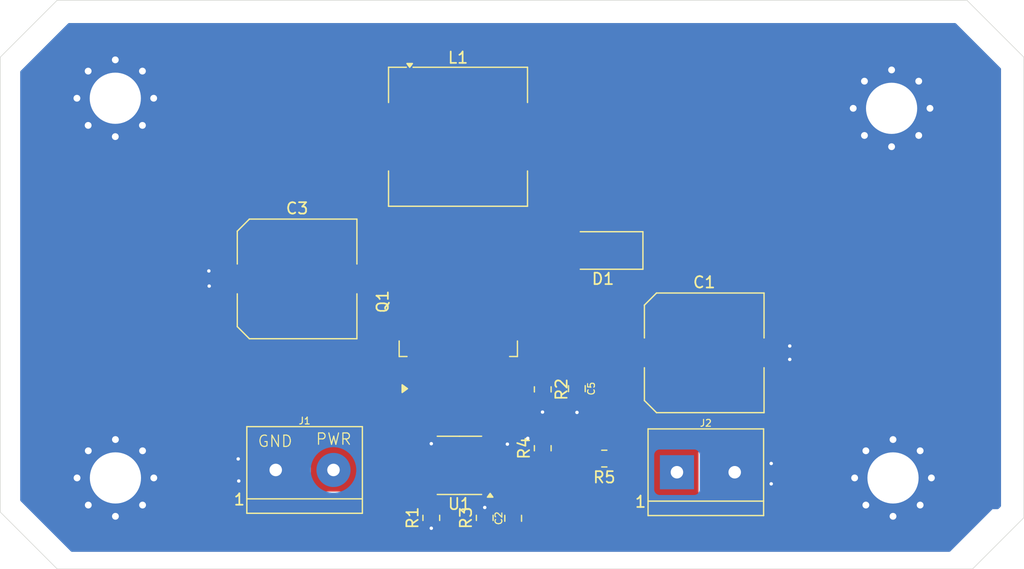
<source format=kicad_pcb>
(kicad_pcb (version 20241229) (generator "pcbnew") (generator_version "9.0")
  (layers (0 "F.Cu" signal) (2 "B.Cu" signal) (13 "F.Paste" user) (15 "B.Paste" user) (5 "F.SilkS" user "F.Silkscreen") (7 "B.SilkS" user "B.Silkscreen") (1 "F.Mask" user) (3 "B.Mask" user) (25 "Edge.Cuts" user))
  (net 0 "")
  (net 1 "GND")
  (net 2 "/Vout")
  (net 3 "Net-(C2-Pad1)")
  (net 4 "Net-(U1-COMP)")
  (net 5 "/Vin")
  (net 6 "Net-(U1-I_{SEN})")
  (net 7 "Net-(D1-A)")
  (net 8 "Net-(Q1-G)")
  (net 9 "Net-(U1-FA{slash}SD)")
  (net 10 "Net-(U1-FB)")
  (footprint "rsx_headers_screw:Molex_0398800302" (layer "F.Cu") (at 164.5 91.5)
    (property "Reference" "J2" (at 2.54 -4.318 0) (layer "F.SilkS") (effects (font (size 0.6 0.6) (thickness 0.1))))
    (property "Value" "Screw_Terminal_2x5.08")
    (fp_line (start -2.54 -3.81) (end -2.54 3.81) (stroke (width 0.12)) (layer "F.SilkS"))
    (fp_line (start -2.54 3.81) (end 7.62 3.81) (stroke (width 0.12)) (layer "F.SilkS"))
    (fp_line (start 7.62 -3.81) (end -2.54 -3.81) (stroke (width 0.12)) (layer "F.SilkS"))
    (fp_line (start 7.62 2.54) (end -2.54 2.54) (stroke (width 0.12)) (layer "F.SilkS"))
    (fp_line (start 7.62 3.81) (end 7.62 -3.81) (stroke (width 0.12)) (layer "F.SilkS"))
    (fp_text user "1" (at -3.2 2.6 0) (layer "F.SilkS"))
    (pad "1" thru_hole rect (at 0 0) (size 3 3) (drill 1.1) (layers "*.Cu" "*.Mask") (net 2 "/Vout"))
    (pad "2" thru_hole circle (at 5.08 0) (size 3 3) (drill 1.1) (layers "*.Cu" "*.Mask") (net 1 "GND"))
  )
  (footprint "rsx_capacitors:C_0805_2012Metric" (layer "F.Cu") (at 155.7 84.15 -90)
    (property "Reference" "C5" (at 0 -1.27 90) (layer "F.SilkS") (effects (font (size 0.6 0.6) (thickness 0.1))))
    (property "Value" "0.01uF")
    (fp_line (start -0.261252 0.735) (end 0.261252 0.735) (stroke (width 0.12)) (layer "F.SilkS"))
    (fp_line (start -0.261252 -0.735) (end 0.261252 -0.735) (stroke (width 0.12)) (layer "F.SilkS"))
    (pad "1" smd roundrect (at -0.95 0 270) (size 1 1.45) (layers "F.Cu" "F.Mask" "F.Paste") (net 6 "Net-(U1-I_{SEN})"))
    (pad "2" smd roundrect (at 0.95 0 270) (size 1 1.45) (layers "F.Cu" "F.Mask" "F.Paste") (net 1 "GND"))
  )
  (footprint "rsx_resistors:R_0805_2012Metric" (layer "F.Cu") (at 158.1125 90.3 180)
    (property "Reference" "R5" (at 0 -1.65 0) (layer "F.SilkS"))
    (property "Value" "60k")
    (fp_line (start -0.227064 0.735) (end 0.227064 0.735) (stroke (width 0.12)) (layer "F.SilkS"))
    (fp_line (start -0.227064 -0.735) (end 0.227064 -0.735) (stroke (width 0.12)) (layer "F.SilkS"))
    (pad "1" smd roundrect (at -0.9125 0 180) (size 1.025 1.4) (layers "F.Cu" "F.Mask" "F.Paste") (roundrect_rratio 0.243902) (net 2 "/Vout"))
    (pad "2" smd roundrect (at 0.9125 0 180) (size 1.025 1.4) (layers "F.Cu" "F.Mask" "F.Paste") (roundrect_rratio 0.243902) (net 10 "Net-(U1-FB)"))
  )
  (footprint "Diode_SMD:D_SMA" (layer "F.Cu") (at 158 72 180)
    (property "Reference" "D1" (at 0 -2.5 0) (layer "F.SilkS"))
    (property "Value" "D_Schottky")
    (fp_line (start -3.51 1.65) (end 2 1.65) (stroke (width 0.12)) (layer "F.SilkS"))
    (fp_line (start -3.51 -1.65) (end 2 -1.65) (stroke (width 0.12)) (layer "F.SilkS"))
    (fp_line (start -3.51 -1.65) (end -3.51 1.65) (stroke (width 0.12)) (layer "F.SilkS"))
    (pad "1" smd roundrect (at -2 0 180) (size 2.5 1.8) (layers "F.Cu" "F.Mask" "F.Paste") (roundrect_rratio 0.1388888889) (net 2 "/Vout"))
    (pad "2" smd roundrect (at 2 0 180) (size 2.5 1.8) (layers "F.Cu" "F.Mask" "F.Paste") (roundrect_rratio 0.1388888889) (net 7 "Net-(D1-A)"))
  )
  (footprint "rsx_capacitors:C_0805_2012Metric" (layer "F.Cu") (at 150.1 95.55 90)
    (property "Reference" "C2" (at 0 -1.27 90) (layer "F.SilkS") (effects (font (size 0.6 0.6) (thickness 0.1))))
    (property "Value" "22nF")
    (fp_line (start -0.261252 -0.735) (end 0.261252 -0.735) (stroke (width 0.12)) (layer "F.SilkS"))
    (fp_line (start -0.261252 0.735) (end 0.261252 0.735) (stroke (width 0.12)) (layer "F.SilkS"))
    (pad "1" smd roundrect (at -0.95 0 90) (size 1 1.45) (layers "F.Cu" "F.Mask" "F.Paste") (net 3 "Net-(C2-Pad1)"))
    (pad "2" smd roundrect (at 0.95 0 90) (size 1 1.45) (layers "F.Cu" "F.Mask" "F.Paste") (net 4 "Net-(U1-COMP)"))
  )
  (footprint "rsx_resistors:R_0805_2012Metric" (layer "F.Cu") (at 147.6 95.5125 90)
    (property "Reference" "R3" (at 0 -1.65 90) (layer "F.SilkS"))
    (property "Value" "4.7k")
    (fp_line (start -0.227064 -0.735) (end 0.227064 -0.735) (stroke (width 0.12)) (layer "F.SilkS"))
    (fp_line (start -0.227064 0.735) (end 0.227064 0.735) (stroke (width 0.12)) (layer "F.SilkS"))
    (pad "1" smd roundrect (at -0.9125 0 90) (size 1.025 1.4) (layers "F.Cu" "F.Mask" "F.Paste") (roundrect_rratio 0.243902) (net 3 "Net-(C2-Pad1)"))
    (pad "2" smd roundrect (at 0.9125 0 90) (size 1.025 1.4) (layers "F.Cu" "F.Mask" "F.Paste") (roundrect_rratio 0.243902) (net 1 "GND"))
  )
  (footprint "rsx_resistors:R_0805_2012Metric" (layer "F.Cu") (at 142.9 95.5125 90)
    (property "Reference" "R1" (at 0 -1.65 90) (layer "F.SilkS"))
    (property "Value" "40k")
    (fp_line (start -0.227064 -0.735) (end 0.227064 -0.735) (stroke (width 0.12)) (layer "F.SilkS"))
    (fp_line (start -0.227064 0.735) (end 0.227064 0.735) (stroke (width 0.12)) (layer "F.SilkS"))
    (pad "1" smd roundrect (at -0.9125 0 90) (size 1.025 1.4) (layers "F.Cu" "F.Mask" "F.Paste") (roundrect_rratio 0.243902) (net 1 "GND"))
    (pad "2" smd roundrect (at 0.9125 0 90) (size 1.025 1.4) (layers "F.Cu" "F.Mask" "F.Paste") (roundrect_rratio 0.243902) (net 9 "Net-(U1-FA{slash}SD)"))
  )
  (footprint "Package_SO:SOIC-8_3.9x4.9mm_P1.27mm" (layer "F.Cu") (at 145.375 90.895 180)
    (property "Reference" "U1" (at 0 -3.4 0) (layer "F.SilkS"))
    (property "Value" "LM3478MA")
    (fp_line (start 0 2.56) (end 1.95 2.56) (stroke (width 0.12)) (layer "F.SilkS"))
    (fp_line (start 0 2.56) (end -1.95 2.56) (stroke (width 0.12)) (layer "F.SilkS"))
    (fp_line (start 0 -2.56) (end 1.95 -2.56) (stroke (width 0.12)) (layer "F.SilkS"))
    (fp_line (start 0 -2.56) (end -1.95 -2.56) (stroke (width 0.12)) (layer "F.SilkS"))
    (fp_poly (pts (xy -2.7 -2.465) (xy -2.94 -2.795) (xy -2.46 -2.795)) (stroke (width 0.12)) (fill yes) (layer "F.SilkS"))
    (pad "1" smd roundrect (at -2.475 -1.905 180) (size 1.95 0.6) (layers "F.Cu" "F.Mask" "F.Paste") (net 6 "Net-(U1-I_{SEN})"))
    (pad "2" smd roundrect (at -2.475 -0.635 180) (size 1.95 0.6) (layers "F.Cu" "F.Mask" "F.Paste") (net 4 "Net-(U1-COMP)"))
    (pad "3" smd roundrect (at -2.475 0.635 180) (size 1.95 0.6) (layers "F.Cu" "F.Mask" "F.Paste") (net 10 "Net-(U1-FB)"))
    (pad "4" smd roundrect (at -2.475 1.905 180) (size 1.95 0.6) (layers "F.Cu" "F.Mask" "F.Paste") (net 1 "GND"))
    (pad "5" smd roundrect (at 2.475 1.905 180) (size 1.95 0.6) (layers "F.Cu" "F.Mask" "F.Paste") (net 1 "GND"))
    (pad "6" smd roundrect (at 2.475 0.635 180) (size 1.95 0.6) (layers "F.Cu" "F.Mask" "F.Paste") (net 8 "Net-(Q1-G)"))
    (pad "7" smd roundrect (at 2.475 -0.635 180) (size 1.95 0.6) (layers "F.Cu" "F.Mask" "F.Paste") (net 9 "Net-(U1-FA{slash}SD)"))
    (pad "8" smd roundrect (at 2.475 -1.905 180) (size 1.95 0.6) (layers "F.Cu" "F.Mask" "F.Paste") (net 5 "/Vin"))
  )
  (footprint "rsx_misc:MountingHole_4.5mm_Pad_Via" (layer "F.Cu") (at 183.5 92)
    (property "Reference" "H4" (hide yes))
    (property "Value" "M4 PLATED")
    (pad "1" thru_hole circle (at -3.375 0) (size 0.9 0.9) (drill 0.6) (layers "*.Cu" "*.Mask") (net 1 "GND"))
    (pad "1" thru_hole circle (at -2.386485 -2.386485) (size 0.9 0.9) (drill 0.6) (layers "*.Cu" "*.Mask") (net 1 "GND"))
    (pad "1" thru_hole circle (at -2.386485 2.386485) (size 0.9 0.9) (drill 0.6) (layers "*.Cu" "*.Mask") (net 1 "GND"))
    (pad "1" thru_hole circle (at 0 -3.375) (size 0.9 0.9) (drill 0.6) (layers "*.Cu" "*.Mask") (net 1 "GND"))
    (pad "1" thru_hole circle (at 0 0) (size 9 9) (drill 4.5) (layers "*.Cu" "*.Mask") (net 1 "GND"))
    (pad "1" thru_hole circle (at 0 3.375) (size 0.9 0.9) (drill 0.6) (layers "*.Cu" "*.Mask") (net 1 "GND"))
    (pad "1" thru_hole circle (at 2.386485 -2.386485) (size 0.9 0.9) (drill 0.6) (layers "*.Cu" "*.Mask") (net 1 "GND"))
    (pad "1" thru_hole circle (at 2.386485 2.386485) (size 0.9 0.9) (drill 0.6) (layers "*.Cu" "*.Mask") (net 1 "GND"))
    (pad "1" thru_hole circle (at 3.375 0) (size 0.9 0.9) (drill 0.6) (layers "*.Cu" "*.Mask") (net 1 "GND"))
  )
  (footprint "Inductor_SMD:L_Coilcraft_MSS1260H-XXX" (layer "F.Cu") (at 145.25 62)
    (property "Reference" "L1" (at 0 -6.95 0) (layer "F.SilkS"))
    (property "Value" "10uH")
    (fp_line (start -6.11 -6.11) (end -4.547 -6.11) (stroke (width 0.12)) (layer "F.SilkS"))
    (fp_line (start -6.11 -3.01) (end -6.11 -6.11) (stroke (width 0.12)) (layer "F.SilkS"))
    (fp_line (start -6.11 6.11) (end -6.11 3.01) (stroke (width 0.12)) (layer "F.SilkS"))
    (fp_line (start -3.953 -6.11) (end 6.11 -6.11) (stroke (width 0.12)) (layer "F.SilkS"))
    (fp_line (start 6.11 -6.11) (end 6.11 -3.01) (stroke (width 0.12)) (layer "F.SilkS"))
    (fp_line (start 6.11 3.01) (end 6.11 6.11) (stroke (width 0.12)) (layer "F.SilkS"))
    (fp_line (start 6.11 6.11) (end -6.11 6.11) (stroke (width 0.12)) (layer "F.SilkS"))
    (fp_poly (pts (xy -4.25 -6.11) (xy -4.49 -6.44) (xy -4.01 -6.44)) (stroke (width 0.12)) (fill yes) (layer "F.SilkS"))
    (pad "1" smd roundrect (at -4.25 0) (size 4 5.5) (layers "F.Cu" "F.Mask" "F.Paste") (roundrect_rratio 0.0625) (net 5 "/Vin"))
    (pad "2" smd roundrect (at 4.25 0) (size 4 5.5) (layers "F.Cu" "F.Mask" "F.Paste") (roundrect_rratio 0.0625) (net 7 "Net-(D1-A)"))
  )
  (footprint "rsx_headers_screw:Molex_0398800302" (layer "F.Cu") (at 129.22 91.3)
    (property "Reference" "J1" (at 2.54 -4.318 0) (layer "F.SilkS") (effects (font (size 0.6 0.6) (thickness 0.1))))
    (property "Value" "Screw_Terminal_2x5.08")
    (fp_line (start -2.54 -3.81) (end -2.54 3.81) (stroke (width 0.12)) (layer "F.SilkS"))
    (fp_line (start -2.54 3.81) (end 7.62 3.81) (stroke (width 0.12)) (layer "F.SilkS"))
    (fp_line (start 7.62 -3.81) (end -2.54 -3.81) (stroke (width 0.12)) (layer "F.SilkS"))
    (fp_line (start 7.62 2.54) (end -2.54 2.54) (stroke (width 0.12)) (layer "F.SilkS"))
    (fp_line (start 7.62 3.81) (end 7.62 -3.81) (stroke (width 0.12)) (layer "F.SilkS"))
    (fp_text user "1" (at -3.2 2.6 0) (layer "F.SilkS"))
    (pad "1" thru_hole rect (at 0 0) (size 3 3) (drill 1.1) (layers "*.Cu" "*.Mask") (net 1 "GND"))
    (pad "2" thru_hole circle (at 5.08 0) (size 3 3) (drill 1.1) (layers "*.Cu" "*.Mask") (net 5 "/Vin"))
  )
  (footprint "Package_TO_SOT_SMD:TO-263-6" (layer "F.Cu") (at 145.275 76.5 90)
    (property "Reference" "Q1" (at 0 -6.65 90) (layer "F.SilkS"))
    (property "Value" "IPB180N10S4-02")
    (fp_line (start -3.46 -5.2) (end -4.825 -5.2) (stroke (width 0.12)) (layer "F.SilkS"))
    (fp_line (start -4.825 -5.2) (end -4.825 -4.51) (stroke (width 0.12)) (layer "F.SilkS"))
    (fp_line (start -3.46 5.2) (end -4.825 5.2) (stroke (width 0.12)) (layer "F.SilkS"))
    (fp_line (start -4.825 5.2) (end -4.825 4.51) (stroke (width 0.12)) (layer "F.SilkS"))
    (fp_poly (pts (xy -7.65 -4.47) (xy -7.99 -4.94) (xy -7.31 -4.94)) (stroke (width 0.12)) (fill yes) (layer "F.SilkS"))
    (pad "1" smd roundrect (at -7.65 -3.81 90) (size 4.6 0.8) (layers "F.Cu" "F.Mask" "F.Paste") (net 8 "Net-(Q1-G)"))
    (pad "2" smd roundrect (at -7.65 -2.54 90) (size 4.6 0.8) (layers "F.Cu" "F.Mask" "F.Paste") (net 6 "Net-(U1-I_{SEN})"))
    (pad "3" smd roundrect (at -7.65 -1.27 90) (size 4.6 0.8) (layers "F.Cu" "F.Mask" "F.Paste") (net 6 "Net-(U1-I_{SEN})"))
    (pad "4" smd roundrect (at 1.5 0 90) (size 9.4 10.8) (layers "F.Cu" "F.Mask") (roundrect_rratio 0.026596) (net 7 "Net-(D1-A)"))
    (pad "5" smd roundrect (at -7.65 1.27 90) (size 4.6 0.8) (layers "F.Cu" "F.Mask" "F.Paste") (net 6 "Net-(U1-I_{SEN})"))
    (pad "6" smd roundrect (at -7.65 2.54 90) (size 4.6 0.8) (layers "F.Cu" "F.Mask" "F.Paste") (net 6 "Net-(U1-I_{SEN})"))
    (pad "7" smd roundrect (at -7.65 3.81 90) (size 4.6 0.8) (layers "F.Cu" "F.Mask" "F.Paste") (net 6 "Net-(U1-I_{SEN})"))
  )
  (footprint "rsx_misc:MountingHole_4.5mm_Pad_Via" (layer "F.Cu") (at 115.125 92)
    (property "Reference" "H1" (hide yes))
    (property "Value" "M4 PLATED")
    (pad "1" thru_hole circle (at -3.375 0) (size 0.9 0.9) (drill 0.6) (layers "*.Cu" "*.Mask") (net 1 "GND"))
    (pad "1" thru_hole circle (at -2.386485 -2.386485) (size 0.9 0.9) (drill 0.6) (layers "*.Cu" "*.Mask") (net 1 "GND"))
    (pad "1" thru_hole circle (at -2.386485 2.386485) (size 0.9 0.9) (drill 0.6) (layers "*.Cu" "*.Mask") (net 1 "GND"))
    (pad "1" thru_hole circle (at 0 -3.375) (size 0.9 0.9) (drill 0.6) (layers "*.Cu" "*.Mask") (net 1 "GND"))
    (pad "1" thru_hole circle (at 0 0) (size 9 9) (drill 4.5) (layers "*.Cu" "*.Mask") (net 1 "GND"))
    (pad "1" thru_hole circle (at 0 3.375) (size 0.9 0.9) (drill 0.6) (layers "*.Cu" "*.Mask") (net 1 "GND"))
    (pad "1" thru_hole circle (at 2.386485 -2.386485) (size 0.9 0.9) (drill 0.6) (layers "*.Cu" "*.Mask") (net 1 "GND"))
    (pad "1" thru_hole circle (at 2.386485 2.386485) (size 0.9 0.9) (drill 0.6) (layers "*.Cu" "*.Mask") (net 1 "GND"))
    (pad "1" thru_hole circle (at 3.375 0) (size 0.9 0.9) (drill 0.6) (layers "*.Cu" "*.Mask") (net 1 "GND"))
  )
  (footprint "rsx_misc:MountingHole_4.5mm_Pad_Via" (layer "F.Cu") (at 115.113515 58.613515)
    (property "Reference" "H2" (hide yes))
    (property "Value" "M4 PLATED")
    (pad "1" thru_hole circle (at -3.375 0) (size 0.9 0.9) (drill 0.6) (layers "*.Cu" "*.Mask") (net 1 "GND"))
    (pad "1" thru_hole circle (at -2.386485 -2.386485) (size 0.9 0.9) (drill 0.6) (layers "*.Cu" "*.Mask") (net 1 "GND"))
    (pad "1" thru_hole circle (at -2.386485 2.386485) (size 0.9 0.9) (drill 0.6) (layers "*.Cu" "*.Mask") (net 1 "GND"))
    (pad "1" thru_hole circle (at 0 -3.375) (size 0.9 0.9) (drill 0.6) (layers "*.Cu" "*.Mask") (net 1 "GND"))
    (pad "1" thru_hole circle (at 0 0) (size 9 9) (drill 4.5) (layers "*.Cu" "*.Mask") (net 1 "GND"))
    (pad "1" thru_hole circle (at 0 3.375) (size 0.9 0.9) (drill 0.6) (layers "*.Cu" "*.Mask") (net 1 "GND"))
    (pad "1" thru_hole circle (at 2.386485 -2.386485) (size 0.9 0.9) (drill 0.6) (layers "*.Cu" "*.Mask") (net 1 "GND"))
    (pad "1" thru_hole circle (at 2.386485 2.386485) (size 0.9 0.9) (drill 0.6) (layers "*.Cu" "*.Mask") (net 1 "GND"))
    (pad "1" thru_hole circle (at 3.375 0) (size 0.9 0.9) (drill 0.6) (layers "*.Cu" "*.Mask") (net 1 "GND"))
  )
  (footprint "Capacitor_SMD:C_Elec_10x10.2" (layer "F.Cu") (at 166.9 81)
    (property "Reference" "C1" (at 0 -6.2 0) (layer "F.SilkS"))
    (property "Value" "100uF")
    (fp_line (start -5.26 -4.195563) (end -5.26 -1.31) (stroke (width 0.12)) (layer "F.SilkS"))
    (fp_line (start -5.26 -4.195563) (end -4.195563 -5.26) (stroke (width 0.12)) (layer "F.SilkS"))
    (fp_line (start -5.26 4.195563) (end -5.26 1.31) (stroke (width 0.12)) (layer "F.SilkS"))
    (fp_line (start -5.26 4.195563) (end -4.195563 5.26) (stroke (width 0.12)) (layer "F.SilkS"))
    (fp_line (start -4.195563 -5.26) (end 5.26 -5.26) (stroke (width 0.12)) (layer "F.SilkS"))
    (fp_line (start -4.195563 5.26) (end 5.26 5.26) (stroke (width 0.12)) (layer "F.SilkS"))
    (fp_line (start 5.26 -5.26) (end 5.26 -1.31) (stroke (width 0.12)) (layer "F.SilkS"))
    (fp_line (start 5.26 5.26) (end 5.26 1.31) (stroke (width 0.12)) (layer "F.SilkS"))
    (pad "1" smd roundrect (at -4.4 0) (size 4.6 2.1) (layers "F.Cu" "F.Mask" "F.Paste") (roundrect_rratio 0.119048) (net 2 "/Vout"))
    (pad "2" smd roundrect (at 4.4 0) (size 4.6 2.1) (layers "F.Cu" "F.Mask" "F.Paste") (roundrect_rratio 0.119048) (net 1 "GND"))
  )
  (footprint "rsx_misc:MountingHole_4.5mm_Pad_Via" (layer "F.Cu") (at 183.375 59.5)
    (property "Reference" "H3" (hide yes))
    (property "Value" "M4 PLATED")
    (pad "1" thru_hole circle (at -3.375 0) (size 0.9 0.9) (drill 0.6) (layers "*.Cu" "*.Mask") (net 1 "GND"))
    (pad "1" thru_hole circle (at -2.386485 -2.386485) (size 0.9 0.9) (drill 0.6) (layers "*.Cu" "*.Mask") (net 1 "GND"))
    (pad "1" thru_hole circle (at -2.386485 2.386485) (size 0.9 0.9) (drill 0.6) (layers "*.Cu" "*.Mask") (net 1 "GND"))
    (pad "1" thru_hole circle (at 0 -3.375) (size 0.9 0.9) (drill 0.6) (layers "*.Cu" "*.Mask") (net 1 "GND"))
    (pad "1" thru_hole circle (at 0 0) (size 9 9) (drill 4.5) (layers "*.Cu" "*.Mask") (net 1 "GND"))
    (pad "1" thru_hole circle (at 0 3.375) (size 0.9 0.9) (drill 0.6) (layers "*.Cu" "*.Mask") (net 1 "GND"))
    (pad "1" thru_hole circle (at 2.386485 -2.386485) (size 0.9 0.9) (drill 0.6) (layers "*.Cu" "*.Mask") (net 1 "GND"))
    (pad "1" thru_hole circle (at 2.386485 2.386485) (size 0.9 0.9) (drill 0.6) (layers "*.Cu" "*.Mask") (net 1 "GND"))
    (pad "1" thru_hole circle (at 3.375 0) (size 0.9 0.9) (drill 0.6) (layers "*.Cu" "*.Mask") (net 1 "GND"))
  )
  (footprint "Capacitor_SMD:C_Elec_10x10.2" (layer "F.Cu") (at 131.1 74.5)
    (property "Reference" "C3" (at 0 -6.2 0) (layer "F.SilkS"))
    (property "Value" "100uF")
    (fp_line (start -5.26 -4.195563) (end -5.26 -1.31) (stroke (width 0.12)) (layer "F.SilkS"))
    (fp_line (start -5.26 -4.195563) (end -4.195563 -5.26) (stroke (width 0.12)) (layer "F.SilkS"))
    (fp_line (start -5.26 4.195563) (end -5.26 1.31) (stroke (width 0.12)) (layer "F.SilkS"))
    (fp_line (start -5.26 4.195563) (end -4.195563 5.26) (stroke (width 0.12)) (layer "F.SilkS"))
    (fp_line (start -4.195563 -5.26) (end 5.26 -5.26) (stroke (width 0.12)) (layer "F.SilkS"))
    (fp_line (start -4.195563 5.26) (end 5.26 5.26) (stroke (width 0.12)) (layer "F.SilkS"))
    (fp_line (start 5.26 -5.26) (end 5.26 -1.31) (stroke (width 0.12)) (layer "F.SilkS"))
    (fp_line (start 5.26 5.26) (end 5.26 1.31) (stroke (width 0.12)) (layer "F.SilkS"))
    (pad "1" smd roundrect (at -4.4 0) (size 4.6 2.1) (layers "F.Cu" "F.Mask" "F.Paste") (roundrect_rratio 0.119048) (net 1 "GND"))
    (pad "2" smd roundrect (at 4.4 0) (size 4.6 2.1) (layers "F.Cu" "F.Mask" "F.Paste") (roundrect_rratio 0.119048) (net 5 "/Vin"))
  )
  (footprint "rsx_resistors:R_0805_2012Metric" (layer "F.Cu") (at 152.7 84.2125 -90)
    (property "Reference" "R2" (at 0 -1.65 90) (layer "F.SilkS"))
    (property "Value" "0.025")
    (fp_line (start -0.227064 0.735) (end 0.227064 0.735) (stroke (width 0.12)) (layer "F.SilkS"))
    (fp_line (start -0.227064 -0.735) (end 0.227064 -0.735) (stroke (width 0.12)) (layer "F.SilkS"))
    (pad "1" smd roundrect (at -0.9125 0 270) (size 1.025 1.4) (layers "F.Cu" "F.Mask" "F.Paste") (roundrect_rratio 0.243902) (net 6 "Net-(U1-I_{SEN})"))
    (pad "2" smd roundrect (at 0.9125 0 270) (size 1.025 1.4) (layers "F.Cu" "F.Mask" "F.Paste") (roundrect_rratio 0.243902) (net 1 "GND"))
  )
  (footprint "rsx_resistors:R_0805_2012Metric" (layer "F.Cu") (at 152.7 89.3875 90)
    (property "Reference" "R4" (at 0 -1.65 90) (layer "F.SilkS"))
    (property "Value" "20k")
    (fp_line (start -0.227064 -0.735) (end 0.227064 -0.735) (stroke (width 0.12)) (layer "F.SilkS"))
    (fp_line (start -0.227064 0.735) (end 0.227064 0.735) (stroke (width 0.12)) (layer "F.SilkS"))
    (pad "1" smd roundrect (at -0.9125 0 90) (size 1.025 1.4) (layers "F.Cu" "F.Mask" "F.Paste") (roundrect_rratio 0.243902) (net 10 "Net-(U1-FB)"))
    (pad "2" smd roundrect (at 0.9125 0 90) (size 1.025 1.4) (layers "F.Cu" "F.Mask" "F.Paste") (roundrect_rratio 0.243902) (net 1 "GND"))
  )
  (gr_poly (pts (xy 105 55) (xy 110 50) (xy 190 50) (xy 195 55) (xy 195 95.5) (xy 190.5 100) (xy 110 100) (xy 105 95)) (stroke (width 0.05)) (fill no) (layer "Edge.Cuts"))
  (gr_text "PWR" (at 132.68 89.17 0) (layer "F.SilkS") (effects (font (size 1 1) (thickness 0.1)) (justify left bottom)))
  (gr_text "GND" (at 127.58 89.36 0) (layer "F.SilkS") (effects (font (size 1 1) (thickness 0.1)) (justify left bottom)))
  (via (at 174.42 81.58) (size 0.6) (drill 0.3) (layers "F.Cu" "B.Cu") (net 1))
  (via (at 142.9 88.99) (size 0.6) (drill 0.3) (layers "F.Cu" "B.Cu") (net 1))
  (via (at 155.71 86.24) (size 0.6) (drill 0.3) (layers "F.Cu" "B.Cu") (net 1))
  (via (at 172.79 90.73) (size 0.6) (drill 0.3) (layers "F.Cu" "B.Cu") (net 1))
  (via (at 149.59 89.03) (size 0.6) (drill 0.3) (layers "F.Cu" "B.Cu") (net 1))
  (via (at 125.92 90.33) (size 0.6) (drill 0.3) (layers "F.Cu" "B.Cu") (net 1))
  (via (at 125.97 92.27) (size 0.6) (drill 0.3) (layers "F.Cu" "B.Cu") (net 1))
  (via (at 123.37 75.13) (size 0.6) (drill 0.3) (layers "F.Cu" "B.Cu") (net 1))
  (via (at 142.9 96.425) (size 0.6) (drill 0.3) (layers "F.Cu" "B.Cu") (net 1))
  (via (at 172.79 92.52) (size 0.6) (drill 0.3) (layers "F.Cu" "B.Cu") (net 1))
  (via (at 152.68 86.21) (size 0.6) (drill 0.3) (layers "F.Cu" "B.Cu") (net 1))
  (via (at 174.42 80.4) (size 0.6) (drill 0.3) (layers "F.Cu" "B.Cu") (net 1))
  (via (at 123.34 73.8) (size 0.6) (drill 0.3) (layers "F.Cu" "B.Cu") (net 1))
  (via (at 147.6 94.6) (size 0.6) (drill 0.3) (layers "F.Cu" "B.Cu") (net 1))
  (via (at 151.38 88.52) (size 0.6) (drill 0.3) (layers "F.Cu" "B.Cu") (net 1))
  (segment (start 147.675 96.5) (end 147.6 96.425) (width 0.2) (layer "F.Cu") (net 3))
  (segment (start 150.1 96.5) (end 147.675 96.5) (width 0.2) (layer "F.Cu") (net 3))
  (segment (start 147.85 91.53) (end 149.23 91.53) (width 0.2) (layer "F.Cu") (net 4))
  (segment (start 149.23 91.53) (end 150.1 92.4) (width 0.2) (layer "F.Cu") (net 4))
  (segment (start 150.1 92.4) (end 150.1 94.6) (width 0.2) (layer "F.Cu") (net 4))
  (segment (start 147.85 91.53) (end 147.17 91.53) (width 0.2) (layer "F.Cu") (net 4))
  (segment (start 147.85 92.8) (end 147.5 92.8) (width 0.2) (layer "F.Cu") (net 6))
  (segment (start 142.735 84.15) (end 144.005 84.15) (width 0.2) (layer "F.Cu") (net 6))
  (segment (start 152.7 83.3) (end 155.6 83.3) (width 0.2) (layer "F.Cu") (net 6))
  (segment (start 155.6 83.3) (end 155.7 83.2) (width 0.2) (layer "F.Cu") (net 6))
  (segment (start 144.005 84.15) (end 146.545 84.15) (width 0.2) (layer "F.Cu") (net 6))
  (segment (start 150.1 83.3) (end 152.7 83.3) (width 0.2) (layer "F.Cu") (net 6))
  (segment (start 146.545 84.15) (end 147.815 84.15) (width 0.2) (layer "F.Cu") (net 6))
  (segment (start 149.25 84.15) (end 150.1 83.3) (width 0.2) (layer "F.Cu") (net 6))
  (segment (start 149.085 84.15) (end 147.815 84.15) (width 0.2) (layer "F.Cu") (net 6))
  (segment (start 147.5 92.8) (end 146.545 91.845) (width 0.2) (layer "F.Cu") (net 6))
  (segment (start 149.085 84.15) (end 149.25 84.15) (width 0.2) (layer "F.Cu") (net 6))
  (segment (start 146.545 91.845) (end 146.545 84.15) (width 0.2) (layer "F.Cu") (net 6))
  (segment (start 147.6 75) (end 150.6 72) (width 0.2) (layer "F.Cu") (net 7))
  (segment (start 145.275 75) (end 147.6 75) (width 0.2) (layer "F.Cu") (net 7))
  (segment (start 141.465 89.365) (end 142.36 90.26) (width 0.2) (layer "F.Cu") (net 8))
  (segment (start 142.36 90.26) (end 142.9 90.26) (width 0.2) (layer "F.Cu") (net 8))
  (segment (start 141.465 84.15) (end 141.465 89.365) (width 0.2) (layer "F.Cu") (net 8))
  (segment (start 144.9 92.2) (end 144.9 93.7) (width 0.2) (layer "F.Cu") (net 9))
  (segment (start 144.9 93.7) (end 144 94.6) (width 0.2) (layer "F.Cu") (net 9))
  (segment (start 144.23 91.53) (end 144.9 92.2) (width 0.2) (layer "F.Cu") (net 9))
  (segment (start 142.9 91.53) (end 144.23 91.53) (width 0.2) (layer "F.Cu") (net 9))
  (segment (start 144 94.6) (end 142.9 94.6) (width 0.2) (layer "F.Cu") (net 9))
  (segment (start 147.85 90.26) (end 152.66 90.26) (width 0.2) (layer "F.Cu") (net 10))
  (segment (start 152.66 90.26) (end 152.7 90.3) (width 0.2) (layer "F.Cu") (net 10))
  (segment (start 152.7 90.3) (end 157.2 90.3) (width 0.2) (layer "F.Cu") (net 10))
  (zone (net 5) (net_name "/Vin") (layer "F.Cu") (connect_pads yes (clearance 0.5)) (min_thickness 0.25) (fill yes (thermal_gap 0.5) (thermal_bridge_width 0.5) (island_removal_mode 1) (island_area_min 10))
    (polygon (pts (xy 143.9 93.2) (xy 144.1 93) (xy 144.1 92.5) (xy 143.9 92.3) (xy 141.4 92.3) (xy 138.9 89.8) (xy 138.9 65.2) (xy 139.3 64.8) (xy 142.9 64.8) (xy 143.1 64.6) (xy 143.1 59.1) (xy 143 59) (xy 136.4 59) (xy 132.3 63.1) (xy 132.3 93) (xy 132.5 93.2)))
  )
  (zone (net 1) (net_name "GND") (layer "F.Cu") (priority 4) (connect_pads yes (clearance 0.5)) (min_thickness 0.25) (fill yes (thermal_gap 0.5) (thermal_bridge_width 0.5))
    (polygon (pts (xy 167.8 58.42) (xy 172.36 53.86) (xy 187.47 53.86) (xy 190.64 57.03) (xy 190.64 93.99) (xy 187.06 97.57) (xy 172.09 97.57) (xy 167.8 93.28)))
  )
  (zone (net 7) (net_name "Net-(D1-A)") (layer "F.Cu") (priority 2) (connect_pads yes (clearance 0.5)) (min_thickness 0.25) (fill yes (thermal_gap 0.5) (thermal_bridge_width 0.5) (island_removal_mode 1) (island_area_min 10))
    (polygon (pts (xy 147.3 56.4) (xy 153.5 56.4) (xy 157.5 60.7) (xy 157.5 79.5) (xy 157.2 79.8) (xy 139.9 79.8) (xy 139.6 79.5) (xy 139.6 70) (xy 140.2 69.4) (xy 145 69.4) (xy 146.6 67.8) (xy 147.3 65.6) (xy 147.3 58.9)))
  )
  (zone (net 1) (net_name "GND") (layer "F.Cu") (priority 4) (connect_pads yes (clearance 0.5)) (min_thickness 0.25) (fill yes (thermal_gap 0.5) (thermal_bridge_width 0.5))
    (polygon (pts (xy 131.3 92.71) (xy 126.74 97.27) (xy 111.63 97.27) (xy 108.46 94.1) (xy 108.46 57.14) (xy 112.04 53.56) (xy 127.01 53.56) (xy 131.3 57.85)))
  )
  (zone (net 1) (net_name "GND") (layer "F.Cu") (priority 3) (connect_pads yes (clearance 0.5)) (min_thickness 0.25) (fill yes (thermal_gap 0.5) (thermal_bridge_width 0.5))
    (polygon (pts (xy 153.47 89.03) (xy 153.73 88.77) (xy 153.73 87.64) (xy 154.77 86.6) (xy 156 86.6) (xy 156.88 85.72) (xy 156.88 84.64) (xy 156.46 84.22) (xy 152.0275 84.22) (xy 152.02 84.2125) (xy 151.44 84.7925) (xy 151.44 86.6) (xy 149.57 88.47) (xy 147.53 88.49) (xy 147.06 88.580384) (xy 147.06 89.382716) (xy 147.56 89.5) (xy 153.03 89.48) (xy 153.47 89.04)))
  )
  (zone (net 2) (net_name "/Vout") (layer "F.Cu") (priority 1) (connect_pads yes (clearance 0.5)) (min_thickness 0.25) (fill yes (thermal_gap 0.5) (thermal_bridge_width 0.5) (island_removal_mode 1) (island_area_min 10))
    (polygon (pts (xy 158.2 93.8) (xy 158.4 94) (xy 166.4 94) (xy 166.4 75.4) (xy 161.4 70.4) (xy 158.2 70.4)))
  )
  (zone (net 1) (net_name "GND") (layer "B.Cu") (priority 5) (connect_pads yes (clearance 0.5)) (min_thickness 0.25) (fill yes (thermal_gap 0.5) (thermal_bridge_width 0.5) (island_removal_mode 1) (island_area_min 10))
    (polygon (pts (xy 106.75 56.25) (xy 106.75 94) (xy 111.25 98.5) (xy 188.5 98.5) (xy 192.25 94.75) (xy 192.75 94.75) (xy 193 94.5) (xy 193 56) (xy 189 52) (xy 111 52)))
  )
)
</source>
